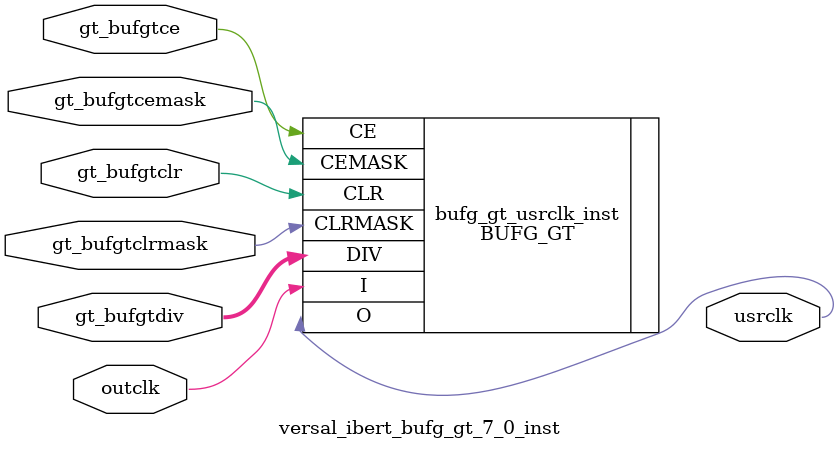
<source format=v>




`timescale 1ns / 1ps



module versal_ibert_bufg_gt_7_0_inst  (
    input outclk,
    input gt_bufgtce,
    input gt_bufgtcemask,
    input gt_bufgtclr,
    input gt_bufgtclrmask,
    input [2:0] gt_bufgtdiv,
    output usrclk
    );
     
      wire sync_ce;
      wire sync_clr;

      //BUFG_GT_SYNC sync_clr_ce (.CESYNC(sync_ce), .CLRSYNC(sync_clr), .CE(gt_bufgtce), .CLK(outclk), .CLR(gt_bufgtclr));
    //assign usrclk = outclk;
      BUFG_GT #(
        .SIM_DEVICE ("VERSAL_PREMIUM")
      ) bufg_gt_usrclk_inst (
        .CE      (gt_bufgtce),
        .CEMASK  (gt_bufgtcemask),
        .CLR     (gt_bufgtclr),
        .CLRMASK (gt_bufgtclrmask),
        .DIV     (gt_bufgtdiv),
        .I       (outclk),
        .O       (usrclk)
      );
endmodule
//------}

</source>
